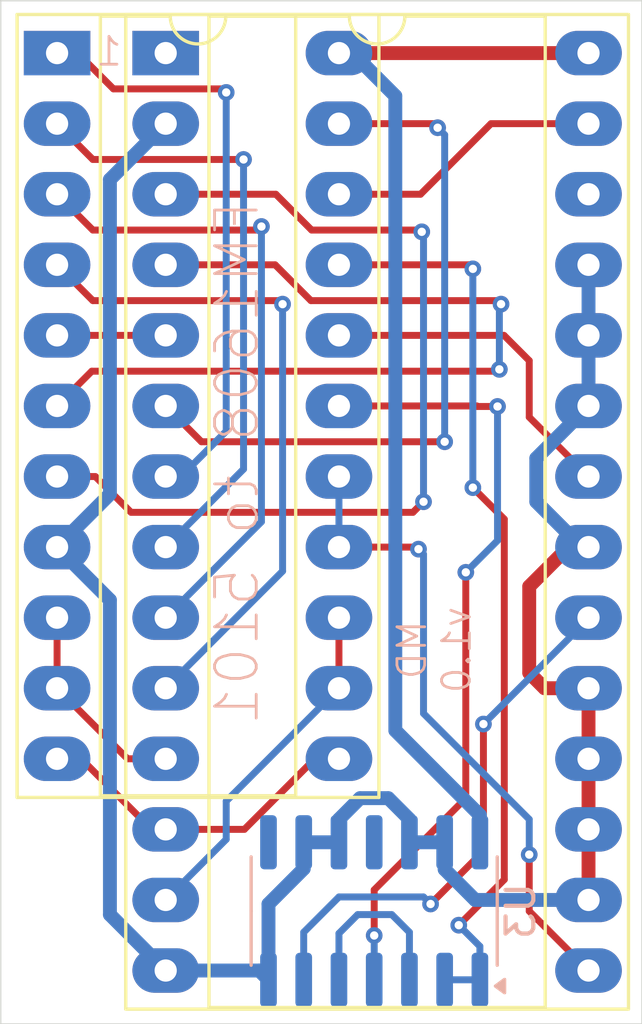
<source format=kicad_pcb>
(kicad_pcb (version 20240108) (generator "pcbnew") (generator_version "8.0")
  (title_block (title "FM1608 to 5101 Adapter") (date "2024-12-27") (rev "v1.0") (company "Marc Deslauriers"))
  (layers (0 "F.Cu" signal) (31 "B.Cu" signal) (34 "B.Paste" user) (35 "F.Paste" user) (36 "B.SilkS" user "B.Silkscreen") (37 "F.SilkS" user "F.Silkscreen") (38 "B.Mask" user) (39 "F.Mask" user) (44 "Edge.Cuts" user))
  (net 0 "")
  (net 1 "GND")
  (net 2 "+5V")
  (net 3 "Net-(U1-A6)")
  (net 4 "/~{OE}")
  (net 5 "Net-(U1-A5)")
  (net 6 "Net-(U1-A1)")
  (net 7 "/D0")
  (net 8 "/D3")
  (net 9 "Net-(U1-A3)")
  (net 10 "Net-(U1-A0)")
  (net 11 "Net-(U1-A4)")
  (net 12 "Net-(U1-A2)")
  (net 13 "/D1")
  (net 14 "/R{slash}W")
  (net 15 "/D2")
  (net 16 "Net-(U1-A7)")
  (net 17 "Net-(U1-~{CE})")
  (net 18 "Net-(U2-~{CE1})")
  (net 19 "Net-(U2-CE2)")
  (net 20 "Net-(U3-Pad3)")
  (footprint "Package_DIP:DIP-22_W10.16mm_Socket_LongPads" (layer "F.Cu") (at 132.08 80.88)
    (property "Reference" "U2" (hide yes))
    (property "Value" "MCM5101" (hide yes))
    (fp_line (start -1.44 -1.39) (end -1.44 26.79) (stroke (width 0.12)) (layer "F.SilkS"))
    (fp_line (start -1.44 26.79) (end 11.6 26.79) (stroke (width 0.12)) (layer "F.SilkS"))
    (fp_line (start 1.56 -1.33) (end 1.56 26.73) (stroke (width 0.12)) (layer "F.SilkS"))
    (fp_line (start 1.56 26.73) (end 8.6 26.73) (stroke (width 0.12)) (layer "F.SilkS"))
    (fp_line (start 4.08 -1.33) (end 1.56 -1.33) (stroke (width 0.12)) (layer "F.SilkS"))
    (fp_line (start 8.6 -1.33) (end 6.08 -1.33) (stroke (width 0.12)) (layer "F.SilkS"))
    (fp_line (start 8.6 26.73) (end 8.6 -1.33) (stroke (width 0.12)) (layer "F.SilkS"))
    (fp_line (start 11.6 -1.39) (end -1.44 -1.39) (stroke (width 0.12)) (layer "F.SilkS"))
    (fp_line (start 11.6 26.79) (end 11.6 -1.39) (stroke (width 0.12)) (layer "F.SilkS"))
    (fp_arc (start 6.08 -1.33) (mid 5.08 -0.33) (end 4.08 -1.33) (stroke (width 0.12)) (layer "F.SilkS"))
    (pad "1" thru_hole rect (at 0 0) (size 2.4 1.6) (drill 0.8) (layers "*.Cu" "*.Mask") (net 9 "Net-(U1-A3)"))
    (pad "2" thru_hole oval (at 0 2.54) (size 2.4 1.6) (drill 0.8) (layers "*.Cu" "*.Mask") (net 12 "Net-(U1-A2)"))
    (pad "3" thru_hole oval (at 0 5.08) (size 2.4 1.6) (drill 0.8) (layers "*.Cu" "*.Mask") (net 6 "Net-(U1-A1)"))
    (pad "4" thru_hole oval (at 0 7.62) (size 2.4 1.6) (drill 0.8) (layers "*.Cu" "*.Mask") (net 10 "Net-(U1-A0)"))
    (pad "5" thru_hole oval (at 0 10.16) (size 2.4 1.6) (drill 0.8) (layers "*.Cu" "*.Mask") (net 5 "Net-(U1-A5)"))
    (pad "6" thru_hole oval (at 0 12.7) (size 2.4 1.6) (drill 0.8) (layers "*.Cu" "*.Mask") (net 3 "Net-(U1-A6)"))
    (pad "7" thru_hole oval (at 0 15.24) (size 2.4 1.6) (drill 0.8) (layers "*.Cu" "*.Mask") (net 16 "Net-(U1-A7)"))
    (pad "8" thru_hole oval (at 0 17.78) (size 2.4 1.6) (drill 0.8) (layers "*.Cu" "*.Mask") (net 1 "GND"))
    (pad "9" thru_hole oval (at 0 20.32) (size 2.4 1.6) (drill 0.8) (layers "*.Cu" "*.Mask") (net 7 "/D0"))
    (pad "10" thru_hole oval (at 0 22.86) (size 2.4 1.6) (drill 0.8) (layers "*.Cu" "*.Mask") (net 7 "/D0"))
    (pad "11" thru_hole oval (at 0 25.4) (size 2.4 1.6) (drill 0.8) (layers "*.Cu" "*.Mask") (net 13 "/D1"))
    (pad "12" thru_hole oval (at 10.16 25.4) (size 2.4 1.6) (drill 0.8) (layers "*.Cu" "*.Mask") (net 13 "/D1"))
    (pad "13" thru_hole oval (at 10.16 22.86) (size 2.4 1.6) (drill 0.8) (layers "*.Cu" "*.Mask") (net 15 "/D2"))
    (pad "14" thru_hole oval (at 10.16 20.32) (size 2.4 1.6) (drill 0.8) (layers "*.Cu" "*.Mask") (net 15 "/D2"))
    (pad "15" thru_hole oval (at 10.16 17.78) (size 2.4 1.6) (drill 0.8) (layers "*.Cu" "*.Mask") (net 8 "/D3"))
    (pad "16" thru_hole oval (at 10.16 15.24) (size 2.4 1.6) (drill 0.8) (layers "*.Cu" "*.Mask") (net 8 "/D3"))
    (pad "17" thru_hole oval (at 10.16 12.7) (size 2.4 1.6) (drill 0.8) (layers "*.Cu" "*.Mask") (net 19 "Net-(U2-CE2)"))
    (pad "18" thru_hole oval (at 10.16 10.16) (size 2.4 1.6) (drill 0.8) (layers "*.Cu" "*.Mask") (net 4 "/~{OE}"))
    (pad "19" thru_hole oval (at 10.16 7.62) (size 2.4 1.6) (drill 0.8) (layers "*.Cu" "*.Mask") (net 18 "Net-(U2-~{CE1})"))
    (pad "20" thru_hole oval (at 10.16 5.08) (size 2.4 1.6) (drill 0.8) (layers "*.Cu" "*.Mask") (net 14 "/R{slash}W"))
    (pad "21" thru_hole oval (at 10.16 2.54) (size 2.4 1.6) (drill 0.8) (layers "*.Cu" "*.Mask") (net 11 "Net-(U1-A4)"))
    (pad "22" thru_hole oval (at 10.16 0) (size 2.4 1.6) (drill 0.8) (layers "*.Cu" "*.Mask") (net 2 "+5V"))
  )
  (footprint "Package_DIP:DIP-28_W15.24mm_Socket_LongPads" (layer "F.Cu") (at 135.995 80.88)
    (property "Reference" "U1" (hide yes))
    (property "Value" "FM1608B-SG" (hide yes))
    (fp_line (start -1.44 -1.39) (end -1.44 34.41) (stroke (width 0.12)) (layer "F.SilkS"))
    (fp_line (start -1.44 34.41) (end 16.68 34.41) (stroke (width 0.12)) (layer "F.SilkS"))
    (fp_line (start 1.56 -1.33) (end 1.56 34.35) (stroke (width 0.12)) (layer "F.SilkS"))
    (fp_line (start 1.56 34.35) (end 13.68 34.35) (stroke (width 0.12)) (layer "F.SilkS"))
    (fp_line (start 6.62 -1.33) (end 1.56 -1.33) (stroke (width 0.12)) (layer "F.SilkS"))
    (fp_line (start 13.68 -1.33) (end 8.62 -1.33) (stroke (width 0.12)) (layer "F.SilkS"))
    (fp_line (start 13.68 34.35) (end 13.68 -1.33) (stroke (width 0.12)) (layer "F.SilkS"))
    (fp_line (start 16.68 -1.39) (end -1.44 -1.39) (stroke (width 0.12)) (layer "F.SilkS"))
    (fp_line (start 16.68 34.41) (end 16.68 -1.39) (stroke (width 0.12)) (layer "F.SilkS"))
    (fp_arc (start 8.62 -1.33) (mid 7.62 -0.33) (end 6.62 -1.33) (stroke (width 0.12)) (layer "F.SilkS"))
    (pad "1" thru_hole rect (at 0 0) (size 2.4 1.6) (drill 0.8) (layers "*.Cu" "*.Mask"))
    (pad "2" thru_hole oval (at 0 2.54) (size 2.4 1.6) (drill 0.8) (layers "*.Cu" "*.Mask") (net 1 "GND"))
    (pad "3" thru_hole oval (at 0 5.08) (size 2.4 1.6) (drill 0.8) (layers "*.Cu" "*.Mask") (net 16 "Net-(U1-A7)"))
    (pad "4" thru_hole oval (at 0 7.62) (size 2.4 1.6) (drill 0.8) (layers "*.Cu" "*.Mask") (net 3 "Net-(U1-A6)"))
    (pad "5" thru_hole oval (at 0 10.16) (size 2.4 1.6) (drill 0.8) (layers "*.Cu" "*.Mask") (net 5 "Net-(U1-A5)"))
    (pad "6" thru_hole oval (at 0 12.7) (size 2.4 1.6) (drill 0.8) (layers "*.Cu" "*.Mask") (net 11 "Net-(U1-A4)"))
    (pad "7" thru_hole oval (at 0 15.24) (size 2.4 1.6) (drill 0.8) (layers "*.Cu" "*.Mask") (net 9 "Net-(U1-A3)"))
    (pad "8" thru_hole oval (at 0 17.78) (size 2.4 1.6) (drill 0.8) (layers "*.Cu" "*.Mask") (net 12 "Net-(U1-A2)"))
    (pad "9" thru_hole oval (at 0 20.32) (size 2.4 1.6) (drill 0.8) (layers "*.Cu" "*.Mask") (net 6 "Net-(U1-A1)"))
    (pad "10" thru_hole oval (at 0 22.86) (size 2.4 1.6) (drill 0.8) (layers "*.Cu" "*.Mask") (net 10 "Net-(U1-A0)"))
    (pad "11" thru_hole oval (at 0 25.4) (size 2.4 1.6) (drill 0.8) (layers "*.Cu" "*.Mask") (net 7 "/D0"))
    (pad "12" thru_hole oval (at 0 27.94) (size 2.4 1.6) (drill 0.8) (layers "*.Cu" "*.Mask") (net 13 "/D1"))
    (pad "13" thru_hole oval (at 0 30.48) (size 2.4 1.6) (drill 0.8) (layers "*.Cu" "*.Mask") (net 15 "/D2"))
    (pad "14" thru_hole oval (at 0 33.02) (size 2.4 1.6) (drill 0.8) (layers "*.Cu" "*.Mask") (net 1 "GND"))
    (pad "15" thru_hole oval (at 15.24 33.02) (size 2.4 1.6) (drill 0.8) (layers "*.Cu" "*.Mask") (net 8 "/D3"))
    (pad "16" thru_hole oval (at 15.24 30.48) (size 2.4 1.6) (drill 0.8) (layers "*.Cu" "*.Mask") (net 1 "GND"))
    (pad "17" thru_hole oval (at 15.24 27.94) (size 2.4 1.6) (drill 0.8) (layers "*.Cu" "*.Mask") (net 1 "GND"))
    (pad "18" thru_hole oval (at 15.24 25.4) (size 2.4 1.6) (drill 0.8) (layers "*.Cu" "*.Mask") (net 1 "GND"))
    (pad "19" thru_hole oval (at 15.24 22.86) (size 2.4 1.6) (drill 0.8) (layers "*.Cu" "*.Mask") (net 1 "GND"))
    (pad "20" thru_hole oval (at 15.24 20.32) (size 2.4 1.6) (drill 0.8) (layers "*.Cu" "*.Mask") (net 17 "Net-(U1-~{CE})"))
    (pad "21" thru_hole oval (at 15.24 17.78) (size 2.4 1.6) (drill 0.8) (layers "*.Cu" "*.Mask") (net 1 "GND"))
    (pad "22" thru_hole oval (at 15.24 15.24) (size 2.4 1.6) (drill 0.8) (layers "*.Cu" "*.Mask") (net 4 "/~{OE}"))
    (pad "23" thru_hole oval (at 15.24 12.7) (size 2.4 1.6) (drill 0.8) (layers "*.Cu" "*.Mask") (net 1 "GND"))
    (pad "24" thru_hole oval (at 15.24 10.16) (size 2.4 1.6) (drill 0.8) (layers "*.Cu" "*.Mask") (net 1 "GND"))
    (pad "25" thru_hole oval (at 15.24 7.62) (size 2.4 1.6) (drill 0.8) (layers "*.Cu" "*.Mask") (net 1 "GND"))
    (pad "26" thru_hole oval (at 15.24 5.08) (size 2.4 1.6) (drill 0.8) (layers "*.Cu" "*.Mask"))
    (pad "27" thru_hole oval (at 15.24 2.54) (size 2.4 1.6) (drill 0.8) (layers "*.Cu" "*.Mask") (net 14 "/R{slash}W"))
    (pad "28" thru_hole oval (at 15.24 0) (size 2.4 1.6) (drill 0.8) (layers "*.Cu" "*.Mask") (net 2 "+5V"))
  )
  (footprint "Package_SO:SOIC-14_3.9x8.7mm_P1.27mm" (layer "B.Cu") (at 143.51 111.76 90)
    (property "Reference" "U3" (at 0 5.28 90) (layer "B.SilkS") (effects (justify mirror)))
    (property "Value" "74HCT00")
    (fp_line (start 1.95 -4.435) (end 0 -4.435) (stroke (width 0.12)) (layer "B.SilkS"))
    (fp_line (start -1.95 -4.435) (end 0 -4.435) (stroke (width 0.12)) (layer "B.SilkS"))
    (fp_line (start 1.95 4.435) (end 0 4.435) (stroke (width 0.12)) (layer "B.SilkS"))
    (fp_line (start -1.95 4.435) (end 0 4.435) (stroke (width 0.12)) (layer "B.SilkS"))
    (fp_poly (pts (xy -2.7 4.37) (xy -2.94 4.7) (xy -2.46 4.7) (xy -2.7 4.37)) (stroke (width 0.12)) (fill solid) (layer "B.SilkS"))
    (pad "1" smd roundrect (at -2.475 3.81 90) (size 1.95 0.6) (layers "B.Cu" "B.Paste" "B.Mask") (net 18 "Net-(U2-~{CE1})"))
    (pad "2" smd roundrect (at -2.475 2.54 90) (size 1.95 0.6) (layers "B.Cu" "B.Paste" "B.Mask") (net 18 "Net-(U2-~{CE1})"))
    (pad "3" smd roundrect (at -2.475 1.27 90) (size 1.95 0.6) (layers "B.Cu" "B.Paste" "B.Mask") (net 20 "Net-(U3-Pad3)"))
    (pad "4" smd roundrect (at -2.475 0 90) (size 1.95 0.6) (layers "B.Cu" "B.Paste" "B.Mask") (net 19 "Net-(U2-CE2)"))
    (pad "5" smd roundrect (at -2.475 -1.27 90) (size 1.95 0.6) (layers "B.Cu" "B.Paste" "B.Mask") (net 20 "Net-(U3-Pad3)"))
    (pad "6" smd roundrect (at -2.475 -2.54 90) (size 1.95 0.6) (layers "B.Cu" "B.Paste" "B.Mask") (net 17 "Net-(U1-~{CE})"))
    (pad "7" smd roundrect (at -2.475 -3.81 90) (size 1.95 0.6) (layers "B.Cu" "B.Paste" "B.Mask") (net 1 "GND"))
    (pad "8" smd roundrect (at 2.475 -3.81 90) (size 1.95 0.6) (layers "B.Cu" "B.Paste" "B.Mask"))
    (pad "9" smd roundrect (at 2.475 -2.54 90) (size 1.95 0.6) (layers "B.Cu" "B.Paste" "B.Mask") (net 1 "GND"))
    (pad "10" smd roundrect (at 2.475 -1.27 90) (size 1.95 0.6) (layers "B.Cu" "B.Paste" "B.Mask") (net 1 "GND"))
    (pad "11" smd roundrect (at 2.475 0 90) (size 1.95 0.6) (layers "B.Cu" "B.Paste" "B.Mask"))
    (pad "12" smd roundrect (at 2.475 1.27 90) (size 1.95 0.6) (layers "B.Cu" "B.Paste" "B.Mask") (net 1 "GND"))
    (pad "13" smd roundrect (at 2.475 2.54 90) (size 1.95 0.6) (layers "B.Cu" "B.Paste" "B.Mask") (net 1 "GND"))
    (pad "14" smd roundrect (at 2.475 3.81 90) (size 1.95 0.6) (layers "B.Cu" "B.Paste" "B.Mask") (net 2 "+5V"))
  )
  (gr_rect (start 130.048 78.994) (end 153.162 115.824) (stroke (width 0.05)) (fill none) (layer "Edge.Cuts"))
  (gr_text "1" (at 134.493 81.407 0) (layer "B.SilkS") (effects (font (size 1 1) (thickness 0.1)) (justify left bottom mirror)))
  (gr_text "FM1608 to 5101" (at 139.446 86.106 90) (layer "B.SilkS") (effects (font (size 1.5 1.5) (thickness 0.1)) (justify left bottom mirror)))
  (gr_text "MD\nv1.0" (at 147.066 102.362 90) (layer "B.SilkS") (effects (font (size 1 1) (thickness 0.1)) (justify bottom mirror)))
  (segment (start 151.235 111.36) (end 151.235 108.82) (width 0.5) (layer "F.Cu") (net 1))
  (segment (start 151.235 98.66) (end 150.514 98.66) (width 0.5) (layer "F.Cu") (net 1))
  (segment (start 149.6505 103.74) (end 151.235 103.74) (width 0.5) (layer "F.Cu") (net 1))
  (segment (start 151.235 106.28) (end 151.235 103.74) (width 0.5) (layer "F.Cu") (net 1))
  (segment (start 149.098 100.076) (end 149.098 103.1875) (width 0.5) (layer "F.Cu") (net 1))
  (segment (start 150.514 98.66) (end 149.098 100.076) (width 0.5) (layer "F.Cu") (net 1))
  (segment (start 135.995 113.9) (end 136.544 113.9) (width 0.5) (layer "F.Cu") (net 1))
  (segment (start 151.235 108.82) (end 151.235 106.28) (width 0.5) (layer "F.Cu") (net 1))
  (segment (start 149.098 103.1875) (end 149.6505 103.74) (width 0.5) (layer "F.Cu") (net 1))
  (segment (start 150.195 111.36) (end 151.235 111.36) (width 0.5) (layer "F.Cu") (net 1))
  (segment (start 149.352 97.028) (end 149.352 95.463) (width 0.5) (layer "B.Cu") (net 1))
  (segment (start 151.235 88.5) (end 151.235 91.04) (width 0.5) (layer "B.Cu") (net 1))
  (segment (start 151.235 98.66) (end 150.984 98.66) (width 0.5) (layer "B.Cu") (net 1))
  (segment (start 139.7 111.506) (end 140.97 110.236) (width 0.5) (layer "B.Cu") (net 1))
  (segment (start 135.995 113.9) (end 139.365 113.9) (width 0.5) (layer "B.Cu") (net 1))
  (segment (start 144.78 108.458) (end 144.78 109.285) (width 0.5) (layer "B.Cu") (net 1))
  (segment (start 149.352 95.463) (end 151.235 93.58) (width 0.5) (layer "B.Cu") (net 1))
  (segment (start 147.150001 111.36) (end 151.235 111.36) (width 0.5) (layer "B.Cu") (net 1))
  (segment (start 139.365 113.9) (end 139.7 114.235) (width 0.5) (layer "B.Cu") (net 1))
  (segment (start 133.985 96.755) (end 132.08 98.66) (width 0.5) (layer "B.Cu") (net 1))
  (segment (start 140.97 110.236) (end 140.97 109.285) (width 0.5) (layer "B.Cu") (net 1))
  (segment (start 150.984 98.66) (end 149.352 97.028) (width 0.5) (layer "B.Cu") (net 1))
  (segment (start 133.985 111.89) (end 135.995 113.9) (width 0.5) (layer "B.Cu") (net 1))
  (segment (start 151.235 91.04) (end 151.235 93.58) (width 0.5) (layer "B.Cu") (net 1))
  (segment (start 144.78 109.285) (end 146.05 109.285) (width 0.5) (layer "B.Cu") (net 1))
  (segment (start 135.995 83.42) (end 133.985 85.43) (width 0.5) (layer "B.Cu") (net 1))
  (segment (start 146.05 110.259999) (end 147.150001 111.36) (width 0.5) (layer "B.Cu") (net 1))
  (segment (start 133.985 100.565) (end 133.985 111.89) (width 0.5) (layer "B.Cu") (net 1))
  (segment (start 140.97 109.285) (end 142.24 109.285) (width 0.5) (layer "B.Cu") (net 1))
  (segment (start 142.24 108.458) (end 143.002 107.696) (width 0.5) (layer "B.Cu") (net 1))
  (segment (start 144.018 107.696) (end 144.78 108.458) (width 0.5) (layer "B.Cu") (net 1))
  (segment (start 133.985 85.43) (end 133.985 96.755) (width 0.5) (layer "B.Cu") (net 1))
  (segment (start 139.7 114.235) (end 139.7 111.506) (width 0.5) (layer "B.Cu") (net 1))
  (segment (start 143.002 107.696) (end 144.018 107.696) (width 0.5) (layer "B.Cu") (net 1))
  (segment (start 132.08 98.66) (end 133.985 100.565) (width 0.5) (layer "B.Cu") (net 1))
  (segment (start 142.24 109.285) (end 142.24 108.458) (width 0.5) (layer "B.Cu") (net 1))
  (segment (start 146.05 109.285) (end 146.05 110.259999) (width 0.5) (layer "B.Cu") (net 1))
  (segment (start 142.24 80.88) (end 151.235 80.88) (width 0.5) (layer "F.Cu") (net 2))
  (segment (start 142.729 80.88) (end 142.24 80.88) (width 0.5) (layer "B.Cu") (net 2))
  (segment (start 147.32 108.310001) (end 144.272 105.262001) (width 0.5) (layer "B.Cu") (net 2))
  (segment (start 144.272 105.262001) (end 144.272 82.423) (width 0.5) (layer "B.Cu") (net 2))
  (segment (start 144.272 82.423) (end 142.729 80.88) (width 0.5) (layer "B.Cu") (net 2))
  (segment (start 147.32 109.285) (end 147.32 108.310001) (width 0.5) (layer "B.Cu") (net 2))
  (segment (start 147.955 92.329) (end 133.331 92.329) (width 0.25) (layer "F.Cu") (net 3))
  (segment (start 133.331 92.329) (end 132.08 93.58) (width 0.25) (layer "F.Cu") (net 3))
  (segment (start 148.082 89.915) (end 147.956 89.789) (width 0.25) (layer "F.Cu") (net 3))
  (segment (start 148.021058 92.262942) (end 147.955 92.329) (width 0.25) (layer "F.Cu") (net 3))
  (segment (start 139.940116 88.5) (end 135.995 88.5) (width 0.25) (layer "F.Cu") (net 3))
  (segment (start 147.956 89.789) (end 141.229116 89.789) (width 0.25) (layer "F.Cu") (net 3))
  (segment (start 141.229116 89.789) (end 139.940116 88.5) (width 0.25) (layer "F.Cu") (net 3))
  (via (at 148.021058 92.262942) (size 0.6) (drill 0.3) (layers "F.Cu" "B.Cu") (net 3))
  (via (at 148.082 89.915) (size 0.6) (drill 0.3) (layers "F.Cu" "B.Cu") (net 3))
  (segment (start 148.082 89.915) (end 148.021058 89.975942) (width 0.25) (layer "B.Cu") (net 3))
  (segment (start 148.021058 89.975942) (end 148.021058 92.262942) (width 0.25) (layer "B.Cu") (net 3))
  (segment (start 148.19 91.04) (end 149.098 91.948) (width 0.25) (layer "F.Cu") (net 4))
  (segment (start 149.098 93.983) (end 151.235 96.12) (width 0.25) (layer "F.Cu") (net 4))
  (segment (start 149.098 91.948) (end 149.098 93.983) (width 0.25) (layer "F.Cu") (net 4))
  (segment (start 142.24 91.04) (end 148.19 91.04) (width 0.25) (layer "F.Cu") (net 4))
  (segment (start 132.08 91.04) (end 135.995 91.04) (width 0.25) (layer "F.Cu") (net 5))
  (segment (start 139.319 87.249) (end 139.446 87.122) (width 0.25) (layer "F.Cu") (net 6))
  (segment (start 133.369 87.249) (end 139.319 87.249) (width 0.25) (layer "F.Cu") (net 6))
  (segment (start 132.08 85.96) (end 133.369 87.249) (width 0.25) (layer "F.Cu") (net 6))
  (via (at 139.446 87.122) (size 0.6) (drill 0.3) (layers "F.Cu" "B.Cu") (net 6))
  (segment (start 139.446 97.749) (end 135.995 101.2) (width 0.25) (layer "B.Cu") (net 6))
  (segment (start 139.446 87.122) (end 139.446 97.749) (width 0.25) (layer "B.Cu") (net 6))
  (segment (start 132.08 101.2) (end 132.08 103.74) (width 0.25) (layer "F.Cu") (net 7))
  (segment (start 134.62 106.28) (end 135.995 106.28) (width 0.25) (layer "F.Cu") (net 7))
  (segment (start 132.08 103.74) (end 134.62 106.28) (width 0.25) (layer "F.Cu") (net 7))
  (segment (start 145.107 98.733) (end 145.034 98.66) (width 0.25) (layer "F.Cu") (net 8))
  (segment (start 149.098 109.728) (end 149.098 111.763) (width 0.25) (layer "F.Cu") (net 8))
  (segment (start 145.034 98.66) (end 142.24 98.66) (width 0.25) (layer "F.Cu") (net 8))
  (segment (start 149.098 111.763) (end 151.235 113.9) (width 0.25) (layer "F.Cu") (net 8))
  (via (at 145.107 98.733) (size 0.6) (drill 0.3) (layers "F.Cu" "B.Cu") (net 8))
  (via (at 149.098 109.728) (size 0.6) (drill 0.3) (layers "F.Cu" "B.Cu") (net 8))
  (segment (start 145.288 104.648) (end 145.288 98.914) (width 0.25) (layer "B.Cu") (net 8))
  (segment (start 149.098 108.458) (end 145.288 104.648) (width 0.25) (layer "B.Cu") (net 8))
  (segment (start 142.24 96.12) (end 142.24 98.66) (width 0.25) (layer "B.Cu") (net 8))
  (segment (start 145.288 98.914) (end 145.107 98.733) (width 0.25) (layer "B.Cu") (net 8))
  (segment (start 149.098 109.728) (end 149.098 108.458) (width 0.25) (layer "B.Cu") (net 8))
  (segment (start 138.176 82.296) (end 138.049 82.169) (width 0.25) (layer "F.Cu") (net 9))
  (segment (start 132.823 80.88) (end 132.08 80.88) (width 0.25) (layer "F.Cu") (net 9))
  (segment (start 138.049 82.169) (end 134.112 82.169) (width 0.25) (layer "F.Cu") (net 9))
  (segment (start 134.112 82.169) (end 132.823 80.88) (width 0.25) (layer "F.Cu") (net 9))
  (via (at 138.176 82.296) (size 0.6) (drill 0.3) (layers "F.Cu" "B.Cu") (net 9))
  (segment (start 138.176 94.488) (end 136.544 96.12) (width 0.25) (layer "B.Cu") (net 9))
  (segment (start 138.176 82.296) (end 138.176 94.488) (width 0.25) (layer "B.Cu") (net 9))
  (segment (start 136.544 96.12) (end 135.995 96.12) (width 0.25) (layer "B.Cu") (net 9))
  (segment (start 133.369 89.789) (end 140.081 89.789) (width 0.25) (layer "F.Cu") (net 10))
  (segment (start 132.08 88.5) (end 133.369 89.789) (width 0.25) (layer "F.Cu") (net 10))
  (segment (start 140.081 89.789) (end 140.208 89.916) (width 0.25) (layer "F.Cu") (net 10))
  (via (at 140.208 89.916) (size 0.6) (drill 0.3) (layers "F.Cu" "B.Cu") (net 10))
  (segment (start 140.208 89.916) (end 140.208 99.527) (width 0.25) (layer "B.Cu") (net 10))
  (segment (start 140.208 99.527) (end 135.995 103.74) (width 0.25) (layer "B.Cu") (net 10))
  (segment (start 145.796 83.566) (end 145.65 83.42) (width 0.25) (layer "F.Cu") (net 11))
  (segment (start 145.65 83.42) (end 142.24 83.42) (width 0.25) (layer "F.Cu") (net 11))
  (segment (start 137.284 94.869) (end 135.995 93.58) (width 0.25) (layer "F.Cu") (net 11))
  (segment (start 146.05 94.869) (end 137.284 94.869) (width 0.25) (layer "F.Cu") (net 11))
  (via (at 145.796 83.566) (size 0.6) (drill 0.3) (layers "F.Cu" "B.Cu") (net 11))
  (via (at 146.05 94.869) (size 0.6) (drill 0.3) (layers "F.Cu" "B.Cu") (net 11))
  (segment (start 146.05 83.82) (end 145.796 83.566) (width 0.25) (layer "B.Cu") (net 11))
  (segment (start 146.05 94.869) (end 146.05 83.82) (width 0.25) (layer "B.Cu") (net 11))
  (segment (start 138.801 84.709) (end 133.369 84.709) (width 0.25) (layer "F.Cu") (net 12))
  (segment (start 133.369 84.709) (end 132.08 83.42) (width 0.25) (layer "F.Cu") (net 12))
  (via (at 138.801 84.709) (size 0.6) (drill 0.3) (layers "F.Cu" "B.Cu") (net 12))
  (segment (start 138.801 95.854) (end 135.995 98.66) (width 0.25) (layer "B.Cu") (net 12))
  (segment (start 138.801 84.709) (end 138.801 95.854) (width 0.25) (layer "B.Cu") (net 12))
  (segment (start 135.995 108.82) (end 138.83 108.82) (width 0.25) (layer "F.Cu") (net 13))
  (segment (start 132.95 106.28) (end 135.49 108.82) (width 0.25) (layer "F.Cu") (net 13))
  (segment (start 135.49 108.82) (end 135.995 108.82) (width 0.25) (layer "F.Cu") (net 13))
  (segment (start 141.37 106.28) (end 142.24 106.28) (width 0.25) (layer "F.Cu") (net 13))
  (segment (start 132.08 106.28) (end 132.95 106.28) (width 0.25) (layer "F.Cu") (net 13))
  (segment (start 138.83 108.82) (end 141.37 106.28) (width 0.25) (layer "F.Cu") (net 13))
  (segment (start 147.72 83.42) (end 151.235 83.42) (width 0.25) (layer "F.Cu") (net 14))
  (segment (start 145.18 85.96) (end 147.72 83.42) (width 0.25) (layer "F.Cu") (net 14))
  (segment (start 142.24 85.96) (end 145.18 85.96) (width 0.25) (layer "F.Cu") (net 14))
  (segment (start 142.24 103.74) (end 142.24 101.2) (width 0.25) (layer "F.Cu") (net 15))
  (segment (start 135.995 111.36) (end 138.176 109.179) (width 0.25) (layer "B.Cu") (net 15))
  (segment (start 138.176 109.179) (end 138.176 107.804) (width 0.25) (layer "B.Cu") (net 15))
  (segment (start 138.176 107.804) (end 142.24 103.74) (width 0.25) (layer "B.Cu") (net 15))
  (segment (start 134.747 97.409) (end 133.458 96.12) (width 0.25) (layer "F.Cu") (net 16))
  (segment (start 141.254005 87.249) (end 139.965005 85.96) (width 0.25) (layer "F.Cu") (net 16))
  (segment (start 133.458 96.12) (end 132.08 96.12) (width 0.25) (layer "F.Cu") (net 16))
  (segment (start 145.288 97.028) (end 144.907 97.409) (width 0.25) (layer "F.Cu") (net 16))
  (segment (start 145.161 87.249) (end 141.254005 87.249) (width 0.25) (layer "F.Cu") (net 16))
  (segment (start 139.965005 85.96) (end 135.995 85.96) (width 0.25) (layer "F.Cu") (net 16))
  (segment (start 145.2245 87.3125) (end 145.161 87.249) (width 0.25) (layer "F.Cu") (net 16))
  (segment (start 144.907 97.409) (end 134.747 97.409) (width 0.25) (layer "F.Cu") (net 16))
  (via (at 145.2245 87.3125) (size 0.6) (drill 0.3) (layers "F.Cu" "B.Cu") (net 16))
  (via (at 145.288 97.028) (size 0.6) (drill 0.3) (layers "F.Cu" "B.Cu") (net 16))
  (segment (start 145.2245 87.3125) (end 145.288 87.376) (width 0.25) (layer "B.Cu") (net 16))
  (segment (start 145.288 87.376) (end 145.288 97.028) (width 0.25) (layer "B.Cu") (net 16))
  (segment (start 147.447 109.601) (end 145.542 111.506) (width 0.25) (layer "F.Cu") (net 17))
  (segment (start 147.447 105.029) (end 147.447 109.601) (width 0.25) (layer "F.Cu") (net 17))
  (via (at 147.447 105.029) (size 0.6) (drill 0.3) (layers "F.Cu" "B.Cu") (net 17))
  (via (at 145.542 111.506) (size 0.6) (drill 0.3) (layers "F.Cu" "B.Cu") (net 17))
  (segment (start 145.288 111.252) (end 145.542 111.506) (width 0.25) (layer "B.Cu") (net 17))
  (segment (start 147.447 105.029) (end 151.235 101.241) (width 0.25) (layer "B.Cu") (net 17))
  (segment (start 140.97 112.522) (end 142.24 111.252) (width 0.25) (layer "B.Cu") (net 17))
  (segment (start 140.97 114.235) (end 140.97 112.522) (width 0.25) (layer "B.Cu") (net 17))
  (segment (start 142.24 111.252) (end 145.288 111.252) (width 0.25) (layer "B.Cu") (net 17))
  (segment (start 151.235 101.241) (end 151.235 101.2) (width 0.25) (layer "B.Cu") (net 17))
  (segment (start 148.199 110.627) (end 148.199 97.653) (width 0.25) (layer "F.Cu") (net 18))
  (segment (start 146.558 112.268) (end 148.199 110.627) (width 0.25) (layer "F.Cu") (net 18))
  (segment (start 147.066 88.646) (end 146.92 88.5) (width 0.25) (layer "F.Cu") (net 18))
  (segment (start 148.199 97.653) (end 147.066 96.52) (width 0.25) (layer "F.Cu") (net 18))
  (segment (start 146.92 88.5) (end 142.24 88.5) (width 0.25) (layer "F.Cu") (net 18))
  (via (at 146.558 112.268) (size 0.6) (drill 0.3) (layers "F.Cu" "B.Cu") (net 18))
  (via (at 147.066 88.646) (size 0.6) (drill 0.3) (layers "F.Cu" "B.Cu") (net 18))
  (via (at 147.066 96.52) (size 0.6) (drill 0.3) (layers "F.Cu" "B.Cu") (net 18))
  (segment (start 146.05 114.235) (end 147.32 114.235) (width 0.25) (layer "B.Cu") (net 18))
  (segment (start 147.066 88.646) (end 147.066 96.52) (width 0.25) (layer "B.Cu") (net 18))
  (segment (start 147.32 113.03) (end 146.558 112.268) (width 0.25) (layer "B.Cu") (net 18))
  (segment (start 147.32 114.235) (end 147.32 113.03) (width 0.25) (layer "B.Cu") (net 18))
  (segment (start 147.231 93.599) (end 147.212 93.58) (width 0.25) (layer "F.Cu") (net 19))
  (segment (start 143.51 110.998) (end 146.812 107.696) (width 0.25) (layer "F.Cu") (net 19))
  (segment (start 146.812 107.696) (end 146.812 99.568) (width 0.25) (layer "F.Cu") (net 19))
  (segment (start 143.51 112.639) (end 143.51 110.998) (width 0.25) (layer "F.Cu") (net 19))
  (segment (start 147.955 93.599) (end 147.231 93.599) (width 0.25) (layer "F.Cu") (net 19))
  (segment (start 147.212 93.58) (end 142.24 93.58) (width 0.25) (layer "F.Cu") (net 19))
  (via (at 146.812 99.568) (size 0.6) (drill 0.3) (layers "F.Cu" "B.Cu") (net 19))
  (via (at 147.955 93.599) (size 0.6) (drill 0.3) (layers "F.Cu" "B.Cu") (net 19))
  (via (at 143.51 112.639) (size 0.6) (drill 0.3) (layers "F.Cu" "B.Cu") (net 19))
  (segment (start 143.51 114.235) (end 143.51 112.639) (width 0.25) (layer "B.Cu") (net 19))
  (segment (start 147.955 93.599) (end 147.955 98.425) (width 0.25) (layer "B.Cu") (net 19))
  (segment (start 147.955 98.425) (end 146.812 99.568) (width 0.25) (layer "B.Cu") (net 19))
  (segment (start 147.955 93.599) (end 147.828 93.726) (width 0.25) (layer "B.Cu") (net 19))
  (segment (start 142.24 114.235) (end 142.24 112.563414) (width 0.25) (layer "B.Cu") (net 20))
  (segment (start 144.145 111.887) (end 144.78 112.522) (width 0.25) (layer "B.Cu") (net 20))
  (segment (start 142.916414 111.887) (end 144.145 111.887) (width 0.25) (layer "B.Cu") (net 20))
  (segment (start 142.24 112.563414) (end 142.916414 111.887) (width 0.25) (layer "B.Cu") (net 20))
  (segment (start 144.78 112.522) (end 144.78 114.235) (width 0.25) (layer "B.Cu") (net 20))
)
</source>
